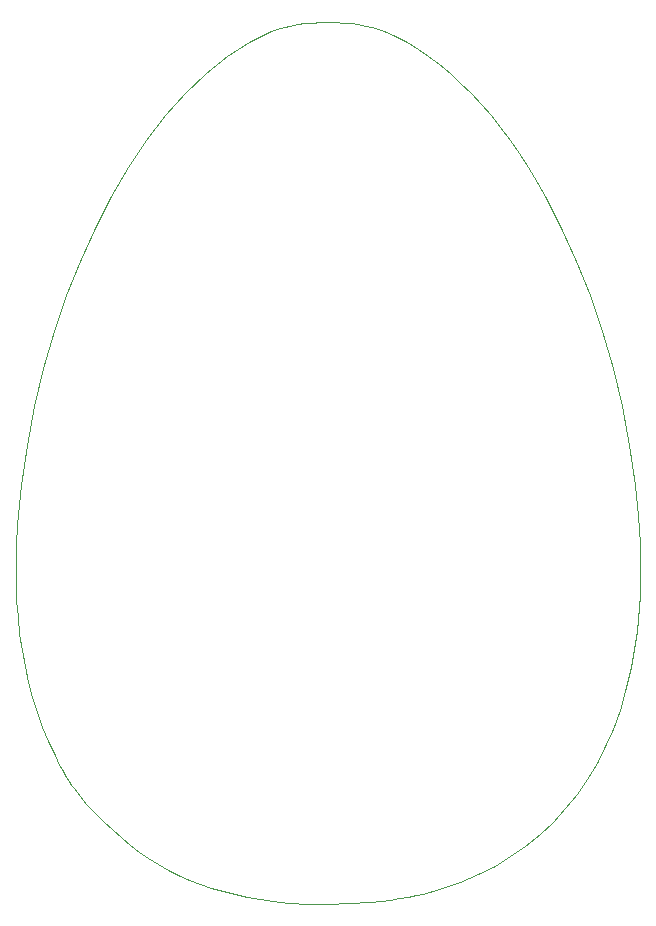
<source format=gbr>
%TF.GenerationSoftware,KiCad,Pcbnew,(6.0.6)*%
%TF.CreationDate,2022-07-21T10:54:16-07:00*%
%TF.ProjectId,ElectronicEggDrop,456c6563-7472-46f6-9e69-634567674472,rev?*%
%TF.SameCoordinates,Original*%
%TF.FileFunction,Paste,Bot*%
%TF.FilePolarity,Positive*%
%FSLAX46Y46*%
G04 Gerber Fmt 4.6, Leading zero omitted, Abs format (unit mm)*
G04 Created by KiCad (PCBNEW (6.0.6)) date 2022-07-21 10:54:16*
%MOMM*%
%LPD*%
G01*
G04 APERTURE LIST*
%TA.AperFunction,Profile*%
%ADD10C,0.025399*%
%TD*%
G04 APERTURE END LIST*
D10*
X110955611Y-130290463D02*
X110755790Y-129884972D01*
X111953453Y-132047527D02*
X111746614Y-131722071D01*
X109262709Y-126233297D02*
X108865549Y-124967472D01*
X109774374Y-97090331D02*
X110679355Y-93949659D01*
X159048980Y-124434594D02*
X158580224Y-126060765D01*
X132570500Y-67846666D02*
X133224333Y-67810711D01*
X111545642Y-131386665D02*
X111348306Y-131038280D01*
X135197799Y-67846666D02*
X135839665Y-67906591D01*
X133224333Y-67810711D02*
X133884150Y-67798726D01*
X140648716Y-141868040D02*
X139909930Y-141985810D01*
X129108230Y-68565766D02*
X129600509Y-68385991D01*
X107500344Y-112057038D02*
X107589163Y-110413964D01*
X153644037Y-85197673D02*
X154906137Y-87985107D01*
X142399300Y-70666716D02*
X143308753Y-71354665D01*
X114835540Y-135421166D02*
X114835540Y-135421166D01*
X116325886Y-136803079D02*
X115573617Y-136132831D01*
X123565303Y-72103961D02*
X125371362Y-70666342D01*
X129108230Y-68565766D02*
X129108230Y-68565766D01*
X139608018Y-68989629D02*
X140547898Y-69482324D01*
X159048980Y-124434594D02*
X159048980Y-124434594D01*
X138660064Y-68565766D02*
X139608018Y-68989629D01*
X145089993Y-72912702D02*
X145959711Y-73779042D01*
X159518034Y-122405316D02*
X159297061Y-123416277D01*
X138660064Y-68565766D02*
X138660064Y-68565766D01*
X108220406Y-122349862D02*
X107971882Y-120993723D01*
X159297061Y-123416277D02*
X159048980Y-124434594D01*
X117879216Y-138022275D02*
X117093901Y-137432647D01*
X143554273Y-141139184D02*
X141945068Y-141598229D01*
X131304718Y-67990486D02*
X131928634Y-67906591D01*
X115491502Y-82562526D02*
X116951002Y-80084989D01*
X159879333Y-120390834D02*
X159712068Y-121398054D01*
X130594698Y-142383751D02*
X129876023Y-142326217D01*
X143308753Y-71354665D02*
X144205995Y-72103952D01*
X123991364Y-141093309D02*
X123041435Y-140762606D01*
X118496451Y-77785292D02*
X120119529Y-75678508D01*
X148472852Y-76704865D02*
X149275113Y-77782827D01*
X153978971Y-134376577D02*
X152929983Y-135506280D01*
X121224558Y-139996134D02*
X120354502Y-139558891D01*
X159387783Y-103616389D02*
X159860427Y-106976540D01*
X160134238Y-118361896D02*
X160020000Y-119380000D01*
X158762879Y-100314217D02*
X159387783Y-103616389D01*
X118683385Y-138572699D02*
X117879216Y-138022275D01*
X119507963Y-139084659D02*
X118683385Y-138572699D01*
X150605633Y-137530539D02*
X149333701Y-138421653D01*
X107589163Y-110413964D02*
X107725092Y-108721190D01*
X151804966Y-136558174D02*
X150605633Y-137530539D01*
X127025762Y-141884150D02*
X125981973Y-141653343D01*
X133884150Y-67798726D02*
X134543966Y-67810711D01*
X123041435Y-140762606D02*
X122119684Y-140397127D01*
X125371362Y-70666342D02*
X127221777Y-69481919D01*
X158023432Y-127621175D02*
X157380321Y-129114104D01*
X154950214Y-133170787D02*
X153978971Y-134376577D01*
X150820251Y-80081543D02*
X151561060Y-81298549D01*
X157993989Y-97085013D02*
X158762879Y-100314217D01*
X159860427Y-106976540D02*
X159860427Y-106976540D01*
X111348306Y-131038280D02*
X111152373Y-130673889D01*
X145959711Y-73779042D02*
X146814117Y-74701098D01*
X129218078Y-142251046D02*
X129218078Y-142251031D01*
X120119529Y-75678508D02*
X121811920Y-73779707D01*
X158580224Y-126060765D02*
X158023432Y-127621175D01*
X109005252Y-100318416D02*
X109774374Y-97090331D01*
X140547898Y-69482324D02*
X141478670Y-70041978D01*
X130704736Y-68098351D02*
X131304718Y-67990486D01*
X113753080Y-134301541D02*
X113442680Y-133960930D01*
X154906137Y-87985107D02*
X156057345Y-90905468D01*
X160274181Y-111895825D02*
X160314946Y-113034339D01*
X111746614Y-131722071D02*
X111545642Y-131386665D01*
X114126269Y-85202833D02*
X115491502Y-82562526D01*
X113153769Y-133631570D02*
X112884117Y-133310431D01*
X124971025Y-141389976D02*
X123991364Y-141093309D01*
X157380321Y-129114104D02*
X156652603Y-130537829D01*
X112393660Y-132680707D02*
X112168391Y-132366063D01*
X160222218Y-117332865D02*
X160134238Y-118361896D01*
X137063561Y-68098351D02*
X137633624Y-68230186D01*
X129600509Y-68385991D02*
X130134672Y-68230186D01*
X112884117Y-133310431D02*
X112631491Y-132994486D01*
X132177898Y-142447768D02*
X130594698Y-142383751D01*
X147990883Y-139229796D02*
X146578896Y-139953246D01*
X110207559Y-128689869D02*
X109709955Y-127473370D01*
X137633624Y-68230186D02*
X138167786Y-68385991D01*
X128103946Y-142083133D02*
X127025762Y-141884150D01*
X149275113Y-77782827D02*
X150057924Y-78909011D01*
X145099455Y-140590282D02*
X143554273Y-141139184D01*
X156652603Y-130537829D02*
X155841996Y-131890631D01*
X107458904Y-113652591D02*
X107500344Y-112057038D01*
X127221777Y-69481919D02*
X129108230Y-68565766D01*
X130134672Y-68230186D02*
X130704736Y-68098351D01*
X141330124Y-141738691D02*
X140648716Y-141868040D01*
X108380308Y-103618843D02*
X109005252Y-100318416D01*
X125981973Y-141653343D02*
X124971025Y-141389976D01*
X109709955Y-127473370D02*
X109262709Y-126233297D01*
X107907859Y-106976540D02*
X107907859Y-106976540D01*
X135673308Y-142384656D02*
X133894995Y-142446827D01*
X114835540Y-135421166D02*
X114087203Y-134656432D01*
X138167786Y-68385991D02*
X138660064Y-68565766D01*
X144205995Y-72103952D02*
X145089993Y-72912702D01*
X129218078Y-142251031D02*
X128103946Y-142083133D01*
X146814117Y-74701098D02*
X147652175Y-75676997D01*
X160020000Y-119380000D02*
X159879333Y-120390834D01*
X107519249Y-116709839D02*
X107465116Y-115202799D01*
X159712068Y-121398054D02*
X159518034Y-122405316D01*
X111152373Y-130673889D02*
X110955611Y-130290463D01*
X160320080Y-115227395D02*
X160284108Y-116289250D01*
X141478670Y-70041978D02*
X142399300Y-70666716D01*
X108518205Y-123673720D02*
X108220406Y-122349862D01*
X112168391Y-132366063D02*
X111953453Y-132047527D01*
X112631491Y-132994486D02*
X112393660Y-132680707D01*
X110755790Y-129884972D02*
X110755790Y-129884972D01*
X150057924Y-78909011D02*
X150820251Y-80081543D01*
X152929983Y-135506280D02*
X151804966Y-136558174D01*
X114087203Y-134656432D02*
X113753080Y-134301541D01*
X129218078Y-142251046D02*
X129218078Y-142251046D01*
X159860427Y-106976540D02*
X160117102Y-109516541D01*
X152279317Y-82558155D02*
X153644037Y-85197673D01*
X110755790Y-129884972D02*
X110207559Y-128689869D01*
X141945068Y-141598229D02*
X141945068Y-141598229D01*
X113442680Y-133960930D02*
X113153769Y-133631570D01*
X121811920Y-73779707D02*
X123565303Y-72103961D01*
X160284108Y-116289250D02*
X160222218Y-117332865D01*
X112863621Y-87990839D02*
X114126269Y-85202833D01*
X135839665Y-67906591D02*
X136463580Y-67990486D01*
X133894995Y-142446827D02*
X132177898Y-142447768D01*
X115573617Y-136132831D02*
X114835540Y-135421166D01*
X141945068Y-141598229D02*
X141330124Y-141738691D01*
X107465116Y-115202799D02*
X107458904Y-113652591D01*
X160330303Y-114143644D02*
X160320080Y-115227395D01*
X107621574Y-118175888D02*
X107519249Y-116709839D01*
X147652175Y-75676997D02*
X148472852Y-76704865D01*
X117093901Y-137432647D02*
X116325886Y-136803079D01*
X111711877Y-90911471D02*
X112863621Y-87990839D01*
X108865549Y-124967472D02*
X108518205Y-123673720D01*
X155841996Y-131890631D02*
X154950214Y-133170787D01*
X156057345Y-90905468D02*
X157089387Y-93943767D01*
X157089387Y-93943767D02*
X157993989Y-97085013D01*
X107971882Y-120993723D02*
X107772361Y-119603123D01*
X151561060Y-81298549D02*
X152279317Y-82558155D01*
X110679355Y-93949659D02*
X111711877Y-90911471D01*
X139909930Y-141985810D02*
X139122851Y-142091534D01*
X160314946Y-113034339D02*
X160330303Y-114143644D01*
X107772361Y-119603123D02*
X107621574Y-118175888D01*
X136463580Y-67990486D02*
X137063561Y-68098351D01*
X149333701Y-138421653D02*
X147990883Y-139229796D01*
X122119684Y-140397127D02*
X121224558Y-139996134D01*
X116951002Y-80084989D02*
X118496451Y-77785292D01*
X160117102Y-109516541D02*
X160274181Y-111895825D01*
X107907859Y-106976540D02*
X108380308Y-103618843D01*
X137440155Y-142264982D02*
X135673308Y-142384656D01*
X139122851Y-142091534D02*
X137440155Y-142264982D01*
X134543966Y-67810711D02*
X135197799Y-67846666D01*
X107725092Y-108721190D02*
X107907859Y-106976540D01*
X120354502Y-139558891D02*
X119507963Y-139084659D01*
X129876023Y-142326217D02*
X129218078Y-142251046D01*
X146578896Y-139953246D02*
X145099455Y-140590282D01*
X131928634Y-67906591D02*
X132570500Y-67846666D01*
M02*

</source>
